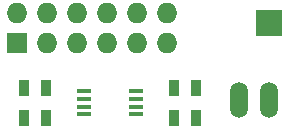
<source format=gts>
%FSLAX34Y34*%
G04 Gerber Fmt 3.4, Leading zero omitted, Abs format*
G04 (created by PCBNEW (2014-03-08 BZR 4739)-product) date Sun 16 Mar 2014 10:57:22 AM MDT*
%MOIN*%
G01*
G70*
G90*
G04 APERTURE LIST*
%ADD10C,0.005906*%
%ADD11R,0.068000X0.068000*%
%ADD12O,0.068000X0.068000*%
%ADD13R,0.035000X0.055000*%
%ADD14O,0.059300X0.118700*%
%ADD15R,0.050000X0.016000*%
%ADD16R,0.088000X0.088000*%
G04 APERTURE END LIST*
G54D10*
G54D11*
X59900Y-38500D03*
G54D12*
X60900Y-38500D03*
X61900Y-38500D03*
X62900Y-38500D03*
X63900Y-38500D03*
X64900Y-38500D03*
X64900Y-37500D03*
X63900Y-37500D03*
X62900Y-37500D03*
X61900Y-37500D03*
X60900Y-37500D03*
X59900Y-37500D03*
G54D13*
X65125Y-41000D03*
X65875Y-41000D03*
X65125Y-40000D03*
X65875Y-40000D03*
X60125Y-41000D03*
X60875Y-41000D03*
X60125Y-40000D03*
X60875Y-40000D03*
G54D14*
X68300Y-40400D03*
X67300Y-40400D03*
G54D15*
X63875Y-40885D03*
X63875Y-40630D03*
X63875Y-40370D03*
X63875Y-40115D03*
X62125Y-40115D03*
X62125Y-40370D03*
X62125Y-40630D03*
X62125Y-40885D03*
G54D16*
X68300Y-37850D03*
M02*

</source>
